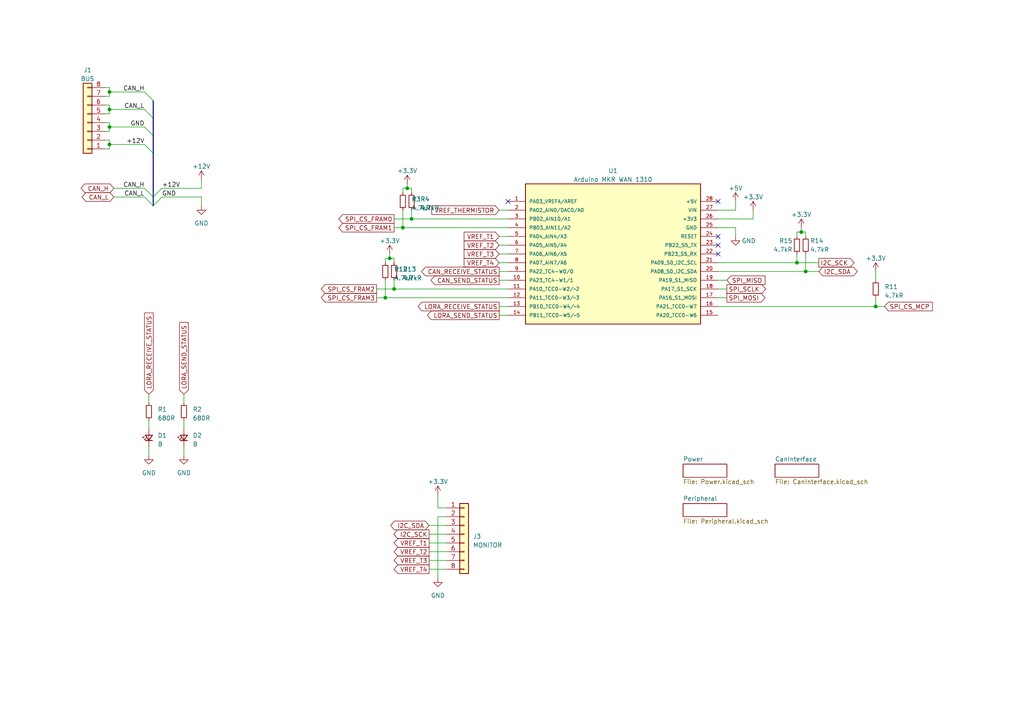
<source format=kicad_sch>
(kicad_sch (version 20231120) (generator "eeschema") (generator_version "8.0")
  (paper "A4")
  (lib_symbols
    (symbol "ABX00012:ABX00012" (pin_names (offset 1.016))
      (property "Reference" "U" (at -25.4 21.082 0))
      (property "Value" "ABX00012" (at -25.4 -22.86 0))
      (symbol "ABX00012_0_0"
        (rectangle (start -25.4 -20.32) (end 25.4 20.32) (stroke (width 0.254)) (fill (type background)))
        (pin bidirectional line (at -30.48 15.24 0) (length 5.08) (name "PA03_VREFA/AREF") (number "1"))
        (pin bidirectional line (at -30.48 -7.62 0) (length 5.08) (name "PA23_TC4-W1/1") (number "10"))
        (pin bidirectional line (at -30.48 -10.16 0) (length 5.08) (name "PA10_TCC0-W2/~2") (number "11"))
        (pin bidirectional line (at -30.48 -12.7 0) (length 5.08) (name "PA11_TCC0-W3/~3") (number "12"))
        (pin bidirectional line (at -30.48 -15.24 0) (length 5.08) (name "PB10_TCC0-W4/~4") (number "13"))
        (pin bidirectional line (at -30.48 -17.78 0) (length 5.08) (name "PB11_TCC0-W5/~5") (number "14"))
        (pin bidirectional line (at 30.48 -17.78 180) (length 5.08) (name "PA20_TCC0-W6") (number "15"))
        (pin bidirectional line (at 30.48 -15.24 180) (length 5.08) (name "PA21_TCC0-W7") (number "16"))
        (pin bidirectional line (at 30.48 -12.7 180) (length 5.08) (name "PA16_S1_MOSI") (number "17"))
        (pin bidirectional line (at 30.48 -10.16 180) (length 5.08) (name "PA17_S1_SCK") (number "18"))
        (pin bidirectional line (at 30.48 -7.62 180) (length 5.08) (name "PA19_S1_MISO") (number "19"))
        (pin bidirectional line (at -30.48 12.7 0) (length 5.08) (name "PA02_AIN0/DAC0/A0") (number "2"))
        (pin bidirectional line (at 30.48 -5.08 180) (length 5.08) (name "PA08_S0_I2C_SDA") (number "20"))
        (pin bidirectional line (at 30.48 -2.54 180) (length 5.08) (name "PA09_S0_I2C_SCL") (number "21"))
        (pin bidirectional line (at 30.48 0 180) (length 5.08) (name "PB23_S5_RX") (number "22"))
        (pin bidirectional line (at 30.48 2.54 180) (length 5.08) (name "PB22_S5_TX") (number "23"))
        (pin input line (at 30.48 5.08 180) (length 5.08) (name "RESET") (number "24"))
        (pin power_in line (at 30.48 7.62 180) (length 5.08) (name "GND") (number "25"))
        (pin power_in line (at 30.48 10.16 180) (length 5.08) (name "+3V3") (number "26"))
        (pin power_in line (at 30.48 12.7 180) (length 5.08) (name "VIN") (number "27"))
        (pin power_in line (at 30.48 15.24 180) (length 5.08) (name "+5V") (number "28"))
        (pin bidirectional line (at -30.48 10.16 0) (length 5.08) (name "PB02_AIN10/A1") (number "3"))
        (pin bidirectional line (at -30.48 7.62 0) (length 5.08) (name "PB03_AIN11/A2") (number "4"))
        (pin bidirectional line (at -30.48 5.08 0) (length 5.08) (name "PA04_AIN4/A3") (number "5"))
        (pin bidirectional line (at -30.48 2.54 0) (length 5.08) (name "PA05_AIN5/A4") (number "6"))
        (pin bidirectional line (at -30.48 0 0) (length 5.08) (name "PA06_AIN6/A5") (number "7"))
        (pin bidirectional line (at -30.48 -2.54 0) (length 5.08) (name "PA07_AIN7/A6") (number "8"))
        (pin bidirectional line (at -30.48 -5.08 0) (length 5.08) (name "PA22_TC4-W0/0") (number "9"))
      )
    )
    (symbol "Connector_Generic:Conn_01x08" (pin_names (offset 1.016) hide)
      (property "Reference" "J" (at 0 10.16 0))
      (property "Value" "Conn_01x08" (at 0 -12.7 0))
      (symbol "Conn_01x08_1_1"
        (rectangle (start -1.27 -10.033) (end 0 -10.287) (stroke (width 0.1524)))
        (rectangle (start -1.27 -7.493) (end 0 -7.747) (stroke (width 0.1524)))
        (rectangle (start -1.27 -4.953) (end 0 -5.207) (stroke (width 0.1524)))
        (rectangle (start -1.27 -2.413) (end 0 -2.667) (stroke (width 0.1524)))
        (rectangle (start -1.27 0.127) (end 0 -0.127) (stroke (width 0.1524)))
        (rectangle (start -1.27 2.667) (end 0 2.413) (stroke (width 0.1524)))
        (rectangle (start -1.27 5.207) (end 0 4.953) (stroke (width 0.1524)))
        (rectangle (start -1.27 7.747) (end 0 7.493) (stroke (width 0.1524)))
        (rectangle (start -1.27 8.89) (end 1.27 -11.43) (stroke (width 0.254)) (fill (type background)))
        (pin passive line (at -5.08 7.62 0) (length 3.81) (name "Pin_1") (number "1"))
        (pin passive line (at -5.08 5.08 0) (length 3.81) (name "Pin_2") (number "2"))
        (pin passive line (at -5.08 2.54 0) (length 3.81) (name "Pin_3") (number "3"))
        (pin passive line (at -5.08 0 0) (length 3.81) (name "Pin_4") (number "4"))
        (pin passive line (at -5.08 -2.54 0) (length 3.81) (name "Pin_5") (number "5"))
        (pin passive line (at -5.08 -5.08 0) (length 3.81) (name "Pin_6") (number "6"))
        (pin passive line (at -5.08 -7.62 0) (length 3.81) (name "Pin_7") (number "7"))
        (pin passive line (at -5.08 -10.16 0) (length 3.81) (name "Pin_8") (number "8"))
      )
    )
    (symbol "Device:LED_Small" (pin_numbers hide) (pin_names (offset 0.254) hide)
      (property "Reference" "D" (at -1.27 3.175 0))
      (property "Value" "LED_Small" (at -4.445 -2.54 0))
      (symbol "LED_Small_0_1"
        (polyline (pts (xy -0.762 -1.016) (xy -0.762 1.016)) (stroke (width 0.254)))
        (polyline (pts (xy 1.016 0) (xy -0.762 0)))
        (polyline (pts (xy 0.762 -1.016) (xy -0.762 0) (xy 0.762 1.016) (xy 0.762 -1.016)) (stroke (width 0.254)))
        (polyline (pts (xy 0 0.762) (xy -0.508 1.27) (xy -0.254 1.27) (xy -0.508 1.27) (xy -0.508 1.016)))
        (polyline (pts (xy 0.508 1.27) (xy 0 1.778) (xy 0.254 1.778) (xy 0 1.778) (xy 0 1.524)))
      )
      (symbol "LED_Small_1_1"
        (pin passive line (at -2.54 0 0) (length 1.778) (name "K") (number "1"))
        (pin passive line (at 2.54 0 180) (length 1.778) (name "A") (number "2"))
      )
    )
    (symbol "Device:R_Small" (pin_numbers hide) (pin_names (offset 0.254) hide)
      (property "Reference" "R" (at 0.762 0.508 0))
      (property "Value" "R_Small" (at 0.762 -1.016 0))
      (symbol "R_Small_0_1"
        (rectangle (start -0.762 1.778) (end 0.762 -1.778) (stroke (width 0.2032)))
      )
      (symbol "R_Small_1_1"
        (pin passive line (at 0 2.54 270) (length 0.762) (name "~") (number "1"))
        (pin passive line (at 0 -2.54 90) (length 0.762) (name "~") (number "2"))
      )
    )
    (symbol "power:+12V" (power) (pin_names (offset 0))
      (property "Value" "+12V" (at 0 3.556 0))
      (symbol "+12V_0_1"
        (polyline (pts (xy -0.762 1.27) (xy 0 2.54)))
        (polyline (pts (xy 0 0) (xy 0 2.54)))
        (polyline (pts (xy 0 2.54) (xy 0.762 1.27)))
      )
      (symbol "+12V_1_1"
        (pin power_in line (at 0 0 90) (length 0) hide (name "+12V") (number "1"))
      )
    )
    (symbol "power:+3.3V" (power) (pin_names (offset 0))
      (property "Value" "+3.3V" (at 0 3.556 0))
      (symbol "+3.3V_0_1"
        (polyline (pts (xy -0.762 1.27) (xy 0 2.54)))
        (polyline (pts (xy 0 0) (xy 0 2.54)))
        (polyline (pts (xy 0 2.54) (xy 0.762 1.27)))
      )
      (symbol "+3.3V_1_1"
        (pin power_in line (at 0 0 90) (length 0) hide (name "+3.3V") (number "1"))
      )
    )
    (symbol "power:+5V" (power) (pin_names (offset 0))
      (property "Value" "+5V" (at 0 3.556 0))
      (symbol "+5V_0_1"
        (polyline (pts (xy -0.762 1.27) (xy 0 2.54)))
        (polyline (pts (xy 0 0) (xy 0 2.54)))
        (polyline (pts (xy 0 2.54) (xy 0.762 1.27)))
      )
      (symbol "+5V_1_1"
        (pin power_in line (at 0 0 90) (length 0) hide (name "+5V") (number "1"))
      )
    )
    (symbol "power:GND" (power) (pin_names (offset 0))
      (property "Value" "GND" (at 0 -3.81 0))
      (symbol "GND_0_1"
        (polyline (pts (xy 0 0) (xy 0 -1.27) (xy 1.27 -1.27) (xy 0 -2.54) (xy -1.27 -1.27) (xy 0 -1.27)))
      )
      (symbol "GND_1_1"
        (pin power_in line (at 0 0 270) (length 0) hide (name "GND") (number "1"))
      )
    )
  )
  (junction (at 118.11 54.61))
  (junction (at 233.68 78.74))
  (junction (at 31.75 36.83))
  (junction (at 31.75 41.91))
  (junction (at 31.75 31.75))
  (junction (at 111.76 86.36))
  (junction (at 119.38 63.5))
  (junction (at 114.3 83.82))
  (junction (at 232.41 67.31))
  (junction (at 231.14 76.2))
  (junction (at 254 88.9))
  (junction (at 31.75 26.67))
  (junction (at 113.03 74.93))
  (junction (at 116.84 66.04))
  (no_connect (at 208.28 73.66))
  (no_connect (at 208.28 58.42))
  (no_connect (at 147.32 58.42))
  (no_connect (at 208.28 71.12))
  (no_connect (at 208.28 68.58))
  (bus_entry (at 44.45 57.15) (size 2.54 -2.54))
  (bus_entry (at 41.91 41.91) (size 2.54 2.54))
  (bus_entry (at 41.91 26.67) (size 2.54 2.54))
  (bus_entry (at 41.91 36.83) (size 2.54 2.54))
  (bus_entry (at 41.91 31.75) (size 2.54 2.54))
  (bus_entry (at 44.45 59.69) (size -2.54 -2.54))
  (bus_entry (at 44.45 57.15) (size -2.54 -2.54))
  (bus_entry (at 44.45 59.69) (size 2.54 -2.54))
  (wire (pts (xy 208.28 76.2) (xy 231.14 76.2)))
  (wire (pts (xy 233.68 73.66) (xy 233.68 78.74)))
  (wire (pts (xy 254 78.74) (xy 254 81.28)))
  (wire (pts (xy 254 86.36) (xy 254 88.9)))
  (wire (pts (xy 127 149.86) (xy 129.54 149.86)))
  (wire (pts (xy 254 88.9) (xy 256.54 88.9)))
  (wire (pts (xy 41.91 57.15) (xy 33.02 57.15)))
  (wire (pts (xy 58.42 52.07) (xy 58.42 54.61)))
  (wire (pts (xy 31.75 41.91) (xy 41.91 41.91)))
  (wire (pts (xy 53.34 121.92) (xy 53.34 124.46)))
  (wire (pts (xy 114.3 63.5) (xy 119.38 63.5)))
  (wire (pts (xy 116.84 66.04) (xy 116.84 60.96)))
  (wire (pts (xy 113.03 73.66) (xy 113.03 74.93)))
  (wire (pts (xy 31.75 26.67) (xy 31.75 25.4)))
  (wire (pts (xy 31.75 43.18) (xy 31.75 41.91)))
  (wire (pts (xy 30.48 25.4) (xy 31.75 25.4)))
  (wire (pts (xy 208.28 81.28) (xy 210.82 81.28)))
  (wire (pts (xy 127 147.32) (xy 129.54 147.32)))
  (wire (pts (xy 213.36 66.04) (xy 213.36 68.58)))
  (wire (pts (xy 31.75 26.67) (xy 41.91 26.67)))
  (wire (pts (xy 31.75 26.67) (xy 31.75 27.94)))
  (wire (pts (xy 144.78 76.2) (xy 147.32 76.2)))
  (wire (pts (xy 31.75 31.75) (xy 31.75 30.48)))
  (bus (pts (xy 44.45 57.15) (xy 44.45 59.69)))
  (wire (pts (xy 233.68 78.74) (xy 237.49 78.74)))
  (wire (pts (xy 127 143.51) (xy 127 147.32)))
  (wire (pts (xy 208.28 63.5) (xy 218.44 63.5)))
  (wire (pts (xy 58.42 54.61) (xy 46.99 54.61)))
  (wire (pts (xy 43.18 114.3) (xy 43.18 116.84)))
  (wire (pts (xy 31.75 36.83) (xy 41.91 36.83)))
  (wire (pts (xy 43.18 121.92) (xy 43.18 124.46)))
  (wire (pts (xy 114.3 83.82) (xy 147.32 83.82)))
  (wire (pts (xy 43.18 129.54) (xy 43.18 132.08)))
  (bus (pts (xy 44.45 29.21) (xy 44.45 34.29)))
  (wire (pts (xy 30.48 43.18) (xy 31.75 43.18)))
  (wire (pts (xy 31.75 36.83) (xy 31.75 38.1)))
  (wire (pts (xy 30.48 40.64) (xy 31.75 40.64)))
  (wire (pts (xy 58.42 59.69) (xy 58.42 57.15)))
  (wire (pts (xy 147.32 66.04) (xy 116.84 66.04)))
  (wire (pts (xy 232.41 67.31) (xy 233.68 67.31)))
  (wire (pts (xy 147.32 63.5) (xy 119.38 63.5)))
  (wire (pts (xy 208.28 83.82) (xy 210.82 83.82)))
  (bus (pts (xy 44.45 39.37) (xy 44.45 44.45)))
  (wire (pts (xy 114.3 83.82) (xy 114.3 81.28)))
  (wire (pts (xy 231.14 68.58) (xy 231.14 67.31)))
  (wire (pts (xy 144.78 68.58) (xy 147.32 68.58)))
  (wire (pts (xy 144.78 81.28) (xy 147.32 81.28)))
  (wire (pts (xy 114.3 66.04) (xy 116.84 66.04)))
  (wire (pts (xy 231.14 67.31) (xy 232.41 67.31)))
  (wire (pts (xy 124.46 165.1) (xy 129.54 165.1)))
  (wire (pts (xy 124.46 157.48) (xy 129.54 157.48)))
  (wire (pts (xy 31.75 35.56) (xy 31.75 36.83)))
  (wire (pts (xy 208.28 86.36) (xy 210.82 86.36)))
  (wire (pts (xy 31.75 38.1) (xy 30.48 38.1)))
  (wire (pts (xy 30.48 27.94) (xy 31.75 27.94)))
  (wire (pts (xy 113.03 74.93) (xy 111.76 74.93)))
  (wire (pts (xy 31.75 31.75) (xy 41.91 31.75)))
  (wire (pts (xy 213.36 60.96) (xy 208.28 60.96)))
  (wire (pts (xy 124.46 160.02) (xy 129.54 160.02)))
  (wire (pts (xy 30.48 35.56) (xy 31.75 35.56)))
  (wire (pts (xy 218.44 60.96) (xy 218.44 63.5)))
  (wire (pts (xy 116.84 54.61) (xy 116.84 55.88)))
  (wire (pts (xy 144.78 91.44) (xy 147.32 91.44)))
  (wire (pts (xy 231.14 76.2) (xy 237.49 76.2)))
  (wire (pts (xy 213.36 58.42) (xy 213.36 60.96)))
  (wire (pts (xy 144.78 71.12) (xy 147.32 71.12)))
  (wire (pts (xy 124.46 154.94) (xy 129.54 154.94)))
  (wire (pts (xy 53.34 114.3) (xy 53.34 116.84)))
  (wire (pts (xy 30.48 33.02) (xy 31.75 33.02)))
  (wire (pts (xy 144.78 78.74) (xy 147.32 78.74)))
  (bus (pts (xy 44.45 34.29) (xy 44.45 39.37)))
  (bus (pts (xy 44.45 44.45) (xy 44.45 57.15)))
  (wire (pts (xy 208.28 88.9) (xy 254 88.9)))
  (wire (pts (xy 111.76 81.28) (xy 111.76 86.36)))
  (wire (pts (xy 119.38 63.5) (xy 119.38 60.96)))
  (wire (pts (xy 208.28 78.74) (xy 233.68 78.74)))
  (wire (pts (xy 144.78 88.9) (xy 147.32 88.9)))
  (wire (pts (xy 119.38 54.61) (xy 118.11 54.61)))
  (wire (pts (xy 233.68 67.31) (xy 233.68 68.58)))
  (wire (pts (xy 114.3 74.93) (xy 113.03 74.93)))
  (wire (pts (xy 111.76 74.93) (xy 111.76 76.2)))
  (wire (pts (xy 53.34 129.54) (xy 53.34 132.08)))
  (wire (pts (xy 231.14 73.66) (xy 231.14 76.2)))
  (wire (pts (xy 114.3 76.2) (xy 114.3 74.93)))
  (wire (pts (xy 124.46 162.56) (xy 129.54 162.56)))
  (wire (pts (xy 208.28 66.04) (xy 213.36 66.04)))
  (wire (pts (xy 232.41 66.04) (xy 232.41 67.31)))
  (wire (pts (xy 144.78 60.96) (xy 147.32 60.96)))
  (wire (pts (xy 41.91 54.61) (xy 33.02 54.61)))
  (wire (pts (xy 109.22 86.36) (xy 111.76 86.36)))
  (wire (pts (xy 118.11 53.34) (xy 118.11 54.61)))
  (wire (pts (xy 119.38 55.88) (xy 119.38 54.61)))
  (wire (pts (xy 118.11 54.61) (xy 116.84 54.61)))
  (wire (pts (xy 147.32 86.36) (xy 111.76 86.36)))
  (wire (pts (xy 30.48 30.48) (xy 31.75 30.48)))
  (wire (pts (xy 31.75 33.02) (xy 31.75 31.75)))
  (wire (pts (xy 109.22 83.82) (xy 114.3 83.82)))
  (wire (pts (xy 144.78 73.66) (xy 147.32 73.66)))
  (wire (pts (xy 58.42 57.15) (xy 46.99 57.15)))
  (wire (pts (xy 31.75 40.64) (xy 31.75 41.91)))
  (wire (pts (xy 127 167.64) (xy 127 149.86)))
  (wire (pts (xy 124.46 152.4) (xy 129.54 152.4)))
  (label "GND" (at 46.99 57.15 0))
  (label "CAN_H" (at 41.91 54.61 180))
  (label "CAN_H" (at 41.91 26.67 180))
  (label "+12V" (at 41.91 41.91 180))
  (label "CAN_L" (at 41.91 57.15 180))
  (label "+12V" (at 46.99 54.61 0))
  (label "CAN_L" (at 41.91 31.75 180))
  (label "GND" (at 41.91 36.83 180))
  (global_label "I2C_SCK" (shape output) (at 124.46 154.94 180) (property "Intersheetrefs" "${INTERSHEET_REFS}" (effects (hide yes))))
  (global_label "VREF_T3" (shape input) (at 144.78 73.66 180) (property "Intersheetrefs" "${INTERSHEET_REFS}" (effects (hide yes))))
  (global_label "I2C_SCK" (shape output) (at 237.49 76.2 0) (property "Intersheetrefs" "${INTERSHEET_REFS}" (effects (hide yes))))
  (global_label "SPI_CS_FRAM3" (shape output) (at 109.22 86.36 180) (property "Intersheetrefs" "${INTERSHEET_REFS}" (effects (hide yes))))
  (global_label "SPI_CS_FRAM2" (shape output) (at 109.22 83.82 180) (property "Intersheetrefs" "${INTERSHEET_REFS}" (effects (hide yes))))
  (global_label "CAN_SEND_STATUS" (shape output) (at 144.78 81.28 180) (property "Intersheetrefs" "${INTERSHEET_REFS}" (effects (hide yes))))
  (global_label "VREF_T1" (shape output) (at 124.46 157.48 180) (property "Intersheetrefs" "${INTERSHEET_REFS}" (effects (hide yes))))
  (global_label "I2C_SDA" (shape bidirectional) (at 237.49 78.74 0) (property "Intersheetrefs" "${INTERSHEET_REFS}" (effects (hide yes))))
  (global_label "CAN_H" (shape bidirectional) (at 33.02 54.61 180) (property "Intersheetrefs" "${INTERSHEET_REFS}" (effects (hide yes))))
  (global_label "SPI_CS_FRAM0" (shape output) (at 114.3 63.5 180) (property "Intersheetrefs" "${INTERSHEET_REFS}" (effects (hide yes))))
  (global_label "LORA_SEND_STATUS" (shape output) (at 144.78 91.44 180) (property "Intersheetrefs" "${INTERSHEET_REFS}" (effects (hide yes))))
  (global_label "CAN_L" (shape bidirectional) (at 33.02 57.15 180) (property "Intersheetrefs" "${INTERSHEET_REFS}" (effects (hide yes))))
  (global_label "SPI_SCLK" (shape output) (at 210.82 83.82 0) (property "Intersheetrefs" "${INTERSHEET_REFS}" (effects (hide yes))))
  (global_label "LORA_SEND_STATUS" (shape input) (at 53.34 114.3 90) (property "Intersheetrefs" "${INTERSHEET_REFS}" (effects (hide yes))))
  (global_label "VREF_T1" (shape input) (at 144.78 68.58 180) (property "Intersheetrefs" "${INTERSHEET_REFS}" (effects (hide yes))))
  (global_label "VREF_THERMISTOR" (shape input) (at 144.78 60.96 180) (property "Intersheetrefs" "${INTERSHEET_REFS}" (effects (hide yes))))
  (global_label "I2C_SDA" (shape bidirectional) (at 124.46 152.4 180) (property "Intersheetrefs" "${INTERSHEET_REFS}" (effects (hide yes))))
  (global_label "SPI_CS_FRAM1" (shape output) (at 114.3 66.04 180) (property "Intersheetrefs" "${INTERSHEET_REFS}" (effects (hide yes))))
  (global_label "VREF_T2" (shape input) (at 144.78 71.12 180) (property "Intersheetrefs" "${INTERSHEET_REFS}" (effects (hide yes))))
  (global_label "CAN_RECEIVE_STATUS" (shape output) (at 144.78 78.74 180) (property "Intersheetrefs" "${INTERSHEET_REFS}" (effects (hide yes))))
  (global_label "VREF_T4" (shape input) (at 144.78 76.2 180) (property "Intersheetrefs" "${INTERSHEET_REFS}" (effects (hide yes))))
  (global_label "SPI_MISO" (shape input) (at 210.82 81.28 0) (property "Intersheetrefs" "${INTERSHEET_REFS}" (effects (hide yes))))
  (global_label "SPI_MOSI" (shape output) (at 210.82 86.36 0) (property "Intersheetrefs" "${INTERSHEET_REFS}" (effects (hide yes))))
  (global_label "VREF_T2" (shape output) (at 124.46 160.02 180) (property "Intersheetrefs" "${INTERSHEET_REFS}" (effects (hide yes))))
  (global_label "LORA_RECEIVE_STATUS" (shape output) (at 144.78 88.9 180) (property "Intersheetrefs" "${INTERSHEET_REFS}" (effects (hide yes))))
  (global_label "LORA_RECEIVE_STATUS" (shape input) (at 43.18 114.3 90) (property "Intersheetrefs" "${INTERSHEET_REFS}" (effects (hide yes))))
  (global_label "SPI_CS_MCP" (shape input) (at 256.54 88.9 0) (property "Intersheetrefs" "${INTERSHEET_REFS}" (effects (hide yes))))
  (global_label "VREF_T3" (shape output) (at 124.46 162.56 180) (property "Intersheetrefs" "${INTERSHEET_REFS}" (effects (hide yes))))
  (global_label "VREF_T4" (shape output) (at 124.46 165.1 180) (property "Intersheetrefs" "${INTERSHEET_REFS}" (effects (hide yes))))
  (symbol (lib_id "Device:LED_Small") (at 43.18 127 90) (unit 1)
    (property "Reference" "D1" (at 45.72 126.3015 90) (effects (justify right)))
    (property "Value" "B" (at 45.72 128.8415 90) (effects (justify right)))
    (property "Footprint" "LED_SMD:LED_0603_1608Metric_Pad1.05x0.95mm_HandSolder" (effects (hide yes)))
    (property "Datasheet" "https://akizukidenshi.com/catalog/g/gI-03982/" (effects (hide yes)))
  )
  (symbol (lib_id "Device:R_Small") (at 116.84 58.42 180) (unit 1)
    (property "Reference" "R3" (at 119.38 57.785 0) (effects (justify right)))
    (property "Value" "4.7kR" (at 119.38 60.325 0) (effects (justify right)))
    (property "Footprint" "Resistor_SMD:R_0603_1608Metric_Pad0.98x0.95mm_HandSolder" (effects (hide yes)))
    (property "Datasheet" "https://www.chip1stop.com/view/dispDetail/DispDetail?partId=ROHM-0040161" (effects (hide yes)))
  )
  (symbol (lib_id "Device:R_Small") (at 231.14 71.12 0) (mirror x) (unit 1)
    (property "Reference" "R15" (at 229.87 69.85 0) (effects (justify right)))
    (property "Value" "4.7kR" (at 229.87 72.39 0) (effects (justify right)))
    (property "Footprint" "Resistor_SMD:R_0603_1608Metric_Pad0.98x0.95mm_HandSolder" (effects (hide yes)))
    (property "Datasheet" "https://www.chip1stop.com/view/dispDetail/DispDetail?partId=ROHM-0040161" (effects (hide yes)))
  )
  (symbol (lib_id "power:+5V") (at 213.36 58.42 0) (unit 1)
    (property "Reference" "#PWR05" (effects (hide yes)))
    (property "Value" "+5V" (at 213.36 54.61 0))
  )
  (symbol (lib_id "power:GND") (at 213.36 68.58 0) (unit 1)
    (property "Reference" "#PWR06" (effects (hide yes)))
    (property "Value" "GND" (at 217.17 69.85 0))
  )
  (symbol (lib_id "power:+3.3V") (at 232.41 66.04 0) (unit 1)
    (property "Reference" "#PWR046" (effects (hide yes)))
    (property "Value" "+3.3V" (at 232.41 62.23 0))
  )
  (symbol (lib_id "Device:R_Small") (at 53.34 119.38 0) (unit 1)
    (property "Reference" "R2" (at 55.88 118.745 0) (effects (justify left)))
    (property "Value" "680R" (at 55.88 121.285 0) (effects (justify left)))
    (property "Footprint" "Resistor_SMD:R_0603_1608Metric_Pad0.98x0.95mm_HandSolder" (effects (hide yes)))
    (property "Datasheet" "https://www.chip1stop.com/view/dispDetail/DispDetail?partId=ROHM-0040175" (effects (hide yes)))
  )
  (symbol (lib_id "power:+3.3V") (at 218.44 60.96 0) (unit 1)
    (property "Reference" "#PWR07" (effects (hide yes)))
    (property "Value" "+3.3V" (at 218.44 57.15 0))
  )
  (symbol (lib_id "Device:R_Small") (at 111.76 78.74 180) (unit 1)
    (property "Reference" "R12" (at 114.3 78.105 0) (effects (justify right)))
    (property "Value" "4.7kR" (at 114.3 80.645 0) (effects (justify right)))
    (property "Footprint" "Resistor_SMD:R_0603_1608Metric_Pad0.98x0.95mm_HandSolder" (effects (hide yes)))
    (property "Datasheet" "https://www.chip1stop.com/view/dispDetail/DispDetail?partId=ROHM-0040161" (effects (hide yes)))
  )
  (symbol (lib_id "power:+3.3V") (at 113.03 73.66 0) (unit 1)
    (property "Reference" "#PWR043" (effects (hide yes)))
    (property "Value" "+3.3V" (at 113.03 69.85 0))
  )
  (symbol (lib_id "Device:LED_Small") (at 53.34 127 90) (unit 1)
    (property "Reference" "D2" (at 55.88 126.3015 90) (effects (justify right)))
    (property "Value" "B" (at 55.88 128.8415 90) (effects (justify right)))
    (property "Footprint" "LED_SMD:LED_0603_1608Metric_Pad1.05x0.95mm_HandSolder" (effects (hide yes)))
    (property "Datasheet" "https://akizukidenshi.com/catalog/g/gI-03982/" (effects (hide yes)))
  )
  (symbol (lib_id "Connector_Generic:Conn_01x08") (at 134.62 154.94 0) (unit 1)
    (property "Reference" "J3" (at 137.16 155.575 0) (effects (justify left)))
    (property "Value" "MONITOR" (at 137.16 158.115 0) (effects (justify left)))
    (property "Footprint" "Hirose_Connector:Hirose_DF11B-8DP-2DS" (effects (hide yes)))
    (property "Datasheet" "https://www.hirose.com/ja/product/p/CL0543-0535-7-24" (effects (hide yes)))
  )
  (symbol (lib_id "power:GND") (at 53.34 132.08 0) (unit 1)
    (property "Reference" "#PWR02" (effects (hide yes)))
    (property "Value" "GND" (at 53.34 137.16 0))
  )
  (symbol (lib_id "Device:R_Small") (at 119.38 58.42 180) (unit 1)
    (property "Reference" "R4" (at 121.92 57.785 0) (effects (justify right)))
    (property "Value" "4.7kR" (at 121.92 60.325 0) (effects (justify right)))
    (property "Footprint" "Resistor_SMD:R_0603_1608Metric_Pad0.98x0.95mm_HandSolder" (effects (hide yes)))
    (property "Datasheet" "https://www.chip1stop.com/view/dispDetail/DispDetail?partId=ROHM-0040161" (effects (hide yes)))
  )
  (symbol (lib_id "power:+3.3V") (at 254 78.74 0) (unit 1)
    (property "Reference" "#PWR038" (effects (hide yes)))
    (property "Value" "+3.3V" (at 254 74.93 0))
  )
  (symbol (lib_id "Device:R_Small") (at 114.3 78.74 180) (unit 1)
    (property "Reference" "R13" (at 116.84 78.105 0) (effects (justify right)))
    (property "Value" "4.7kR" (at 116.84 80.645 0) (effects (justify right)))
    (property "Footprint" "Resistor_SMD:R_0603_1608Metric_Pad0.98x0.95mm_HandSolder" (effects (hide yes)))
    (property "Datasheet" "https://www.chip1stop.com/view/dispDetail/DispDetail?partId=ROHM-0040161" (effects (hide yes)))
  )
  (symbol (lib_id "power:GND") (at 43.18 132.08 0) (unit 1)
    (property "Reference" "#PWR01" (effects (hide yes)))
    (property "Value" "GND" (at 43.18 137.16 0))
  )
  (symbol (lib_id "Device:R_Small") (at 43.18 119.38 0) (unit 1)
    (property "Reference" "R1" (at 45.72 118.745 0) (effects (justify left)))
    (property "Value" "680R" (at 45.72 121.285 0) (effects (justify left)))
    (property "Footprint" "Resistor_SMD:R_0603_1608Metric_Pad0.98x0.95mm_HandSolder" (effects (hide yes)))
    (property "Datasheet" "https://www.chip1stop.com/view/dispDetail/DispDetail?partId=ROHM-0040175" (effects (hide yes)))
  )
  (symbol (lib_id "power:GND") (at 127 167.64 0) (unit 1)
    (property "Reference" "#PWR045" (effects (hide yes)))
    (property "Value" "GND" (at 127 172.72 0))
  )
  (symbol (lib_id "Device:R_Small") (at 254 83.82 180) (unit 1)
    (property "Reference" "R11" (at 256.54 83.185 0) (effects (justify right)))
    (property "Value" "4.7kR" (at 256.54 85.725 0) (effects (justify right)))
    (property "Footprint" "Resistor_SMD:R_0603_1608Metric_Pad0.98x0.95mm_HandSolder" (effects (hide yes)))
    (property "Datasheet" "https://www.chip1stop.com/view/dispDetail/DispDetail?partId=ROHM-0040161" (effects (hide yes)))
  )
  (symbol (lib_id "ABX00012:ABX00012") (at 177.8 73.66 0) (unit 1)
    (property "Reference" "U1" (at 177.8 49.53 0))
    (property "Value" "Arduino MKR WAN 1310" (at 177.8 52.07 0))
    (property "Footprint" "ABX00012:ARDUINO_ABX00012" (effects (hide yes)))
    (property "Datasheet" "https://docs.arduino.cc/hardware/mkr-wan-1310" (effects (hide yes)))
    (property "STANDARD" "Manufacturer Recommendations" (effects (hide yes)))
    (property "PARTREV" "5" (effects (hide yes)))
    (property "MANUFACTURER" "Arduino" (effects (hide yes)))
  )
  (symbol (lib_id "power:+3.3V") (at 127 143.51 0) (unit 1)
    (property "Reference" "#PWR044" (effects (hide yes)))
    (property "Value" "+3.3V" (at 127 139.7 0))
  )
  (symbol (lib_id "power:+12V") (at 58.42 52.07 0) (mirror y) (unit 1)
    (property "Reference" "#PWR03" (effects (hide yes)))
    (property "Value" "+12V" (at 58.42 48.26 0))
  )
  (symbol (lib_id "Device:R_Small") (at 233.68 71.12 180) (unit 1)
    (property "Reference" "R14" (at 234.95 69.85 0) (effects (justify right)))
    (property "Value" "4.7kR" (at 234.95 72.39 0) (effects (justify right)))
    (property "Footprint" "Resistor_SMD:R_0603_1608Metric_Pad0.98x0.95mm_HandSolder" (effects (hide yes)))
    (property "Datasheet" "https://www.chip1stop.com/view/dispDetail/DispDetail?partId=ROHM-0040161" (effects (hide yes)))
  )
  (symbol (lib_id "Connector_Generic:Conn_01x08") (at 25.4 35.56 180) (unit 1)
    (property "Reference" "J1" (at 25.4 20.32 0))
    (property "Value" "BUS" (at 25.4 22.86 0))
    (property "Footprint" "Hirose_Connector:Hirose_DF11B-8DP-2DS" (effects (hide yes)))
    (property "Datasheet" "https://www.hirose.com/ja/product/p/CL0543-0535-7-24" (effects (hide yes)))
  )
  (symbol (lib_id "power:+3.3V") (at 118.11 53.34 0) (unit 1)
    (property "Reference" "#PWR08" (effects (hide yes)))
    (property "Value" "+3.3V" (at 118.11 49.53 0))
  )
  (symbol (lib_id "power:GND") (at 58.42 59.69 0) (mirror y) (unit 1)
    (property "Reference" "#PWR04" (effects (hide yes)))
    (property "Value" "GND" (at 58.42 64.77 0))
  )
  (sheet (at 198.12 146.05) (size 12.7 3.81) (stroke (width 0.1524))
    (property "Sheetname" "Peripheral" (at 198.12 145.3384 0) (effects (justify left bottom)))
    (property "Sheetfile" "Peripheral.kicad_sch" (at 198.12 150.4446 0) (effects (justify left top)))
  )
  (sheet (at 224.79 134.62) (size 12.7 3.81) (stroke (width 0.1524))
    (property "Sheetname" "CanInterface" (at 224.79 133.9084 0) (effects (justify left bottom)))
    (property "Sheetfile" "CanInterface.kicad_sch" (at 224.79 139.0146 0) (effects (justify left top)))
  )
  (sheet (at 198.12 134.62) (size 12.7 3.81) (stroke (width 0.1524))
    (property "Sheetname" "Power" (at 198.12 133.9084 0) (effects (justify left bottom)))
    (property "Sheetfile" "Power.kicad_sch" (at 198.12 139.0146 0) (effects (justify left top)))
  )
)
</source>
